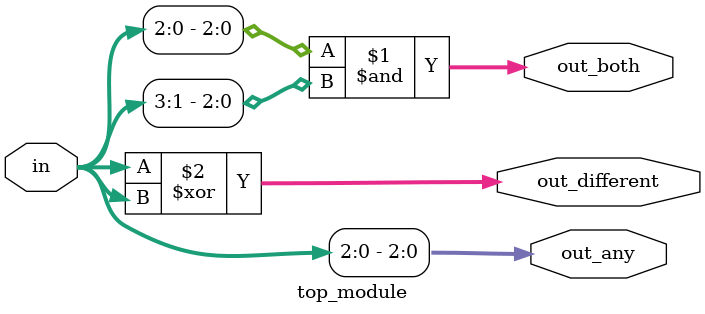
<source format=sv>
module top_module (
    input [3:0] in,
    output [2:0] out_both,
    output [3:1] out_any,
    output [3:0] out_different
);

    assign out_both = in[2:0] & in[3:1];
    assign out_any = {in[3], in[2], in[1], in[0]};
    assign out_different = in ^ {in[3:1], in[0]};

endmodule

</source>
